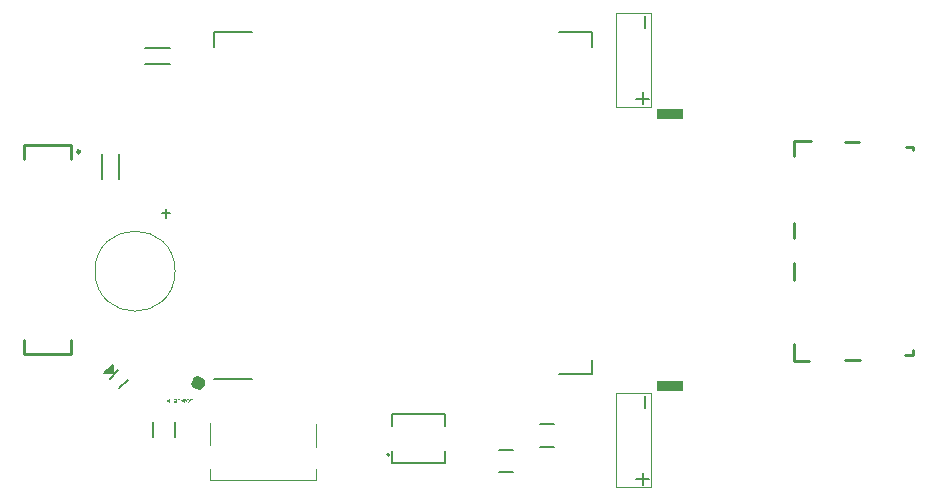
<source format=gbo>
G04*
G04 #@! TF.GenerationSoftware,Altium Limited,Altium Designer,22.8.2 (66)*
G04*
G04 Layer_Color=32896*
%FSLAX25Y25*%
%MOIN*%
G70*
G04*
G04 #@! TF.SameCoordinates,6BB00AFB-5455-402A-A2EE-A29BA1A7275C*
G04*
G04*
G04 #@! TF.FilePolarity,Positive*
G04*
G01*
G75*
%ADD10C,0.00500*%
%ADD12C,0.00787*%
%ADD13C,0.01181*%
%ADD14C,0.00602*%
%ADD15C,0.00394*%
%ADD17R,0.08791X0.03543*%
%ADD65C,0.01000*%
%ADD134C,0.03937*%
%ADD135C,0.00701*%
%ADD136R,0.08791X0.03543*%
G36*
X25895Y-857D02*
X25732D01*
Y148D01*
X25062Y-857D01*
X24886D01*
Y424D01*
X25049D01*
Y-583D01*
X25721Y424D01*
X25895D01*
Y-857D01*
D02*
G37*
G36*
X30845D02*
X30668D01*
X30397Y118D01*
X30390Y143D01*
X30385Y168D01*
X30377Y194D01*
X30372Y216D01*
X30366Y237D01*
X30362Y253D01*
X30360Y265D01*
X30359Y266D01*
Y268D01*
X30357Y263D01*
X30355Y253D01*
X30349Y233D01*
X30342Y209D01*
X30335Y183D01*
X30329Y159D01*
X30323Y139D01*
X30322Y129D01*
X30320Y124D01*
X30318Y120D01*
Y118D01*
X30050Y-857D01*
X29883D01*
X29532Y424D01*
X29704D01*
X29904Y-400D01*
X29918Y-457D01*
X29930Y-509D01*
X29941Y-557D01*
X29950Y-598D01*
X29955Y-616D01*
X29957Y-633D01*
X29961Y-646D01*
X29963Y-657D01*
X29967Y-666D01*
Y-673D01*
X29968Y-677D01*
Y-679D01*
X29981Y-598D01*
X29998Y-518D01*
X30015Y-442D01*
X30022Y-407D01*
X30031Y-372D01*
X30039Y-340D01*
X30046Y-313D01*
X30053Y-289D01*
X30059Y-266D01*
X30063Y-250D01*
X30066Y-237D01*
X30070Y-228D01*
Y-226D01*
X30251Y424D01*
X30457D01*
X30699Y-442D01*
X30701Y-450D01*
X30705Y-461D01*
X30708Y-475D01*
X30712Y-492D01*
X30718Y-511D01*
X30721Y-531D01*
X30732Y-572D01*
X30742Y-612D01*
X30747Y-631D01*
X30751Y-646D01*
X30753Y-660D01*
X30756Y-670D01*
X30758Y-677D01*
Y-679D01*
X30768Y-631D01*
X30777Y-583D01*
X30786Y-538D01*
X30795Y-500D01*
X30799Y-481D01*
X30803Y-464D01*
X30806Y-451D01*
X30808Y-438D01*
X30810Y-429D01*
X30812Y-422D01*
X30814Y-418D01*
Y-416D01*
X31004Y424D01*
X31180D01*
X30845Y-857D01*
D02*
G37*
G36*
X33646D02*
X33476D01*
Y-337D01*
X33149D01*
X33100Y-335D01*
X33054Y-331D01*
X33013Y-326D01*
X32976Y-318D01*
X32941Y-311D01*
X32912Y-301D01*
X32884Y-290D01*
X32860Y-279D01*
X32840Y-270D01*
X32821Y-259D01*
X32806Y-250D01*
X32795Y-240D01*
X32786Y-235D01*
X32780Y-229D01*
X32777Y-226D01*
X32775Y-224D01*
X32756Y-202D01*
X32740Y-179D01*
X32727Y-157D01*
X32714Y-133D01*
X32703Y-109D01*
X32695Y-87D01*
X32682Y-44D01*
X32679Y-24D01*
X32675Y-6D01*
X32673Y11D01*
X32671Y24D01*
X32669Y37D01*
Y44D01*
Y50D01*
Y52D01*
X32671Y87D01*
X32675Y120D01*
X32682Y150D01*
X32688Y176D01*
X32695Y198D01*
X32703Y215D01*
X32706Y224D01*
X32708Y228D01*
X32723Y255D01*
X32741Y279D01*
X32758Y302D01*
X32775Y318D01*
X32790Y331D01*
X32801Y342D01*
X32808Y348D01*
X32812Y350D01*
X32836Y365D01*
X32864Y377D01*
X32890Y389D01*
X32914Y398D01*
X32936Y403D01*
X32952Y407D01*
X32965Y411D01*
X32969D01*
X32997Y414D01*
X33028Y418D01*
X33062Y420D01*
X33093Y422D01*
X33121Y424D01*
X33646D01*
Y-857D01*
D02*
G37*
G36*
X29371D02*
X28414D01*
Y-705D01*
X29201D01*
Y-270D01*
X28492D01*
Y-118D01*
X29201D01*
Y272D01*
X28444D01*
Y424D01*
X29371D01*
Y-857D01*
D02*
G37*
G36*
X28177D02*
X28007D01*
Y-289D01*
X27789D01*
X27769Y-290D01*
X27754D01*
X27741Y-292D01*
X27732Y-294D01*
X27724D01*
X27721Y-296D01*
X27719D01*
X27689Y-305D01*
X27676Y-311D01*
X27665Y-316D01*
X27654Y-322D01*
X27647Y-326D01*
X27643Y-327D01*
X27641Y-329D01*
X27626Y-340D01*
X27611Y-353D01*
X27584Y-381D01*
X27571Y-394D01*
X27562Y-405D01*
X27556Y-412D01*
X27554Y-414D01*
X27536Y-440D01*
X27515Y-468D01*
X27495Y-498D01*
X27474Y-525D01*
X27458Y-551D01*
X27445Y-572D01*
X27439Y-579D01*
X27436Y-585D01*
X27432Y-588D01*
Y-590D01*
X27264Y-857D01*
X27053D01*
X27273Y-509D01*
X27299Y-472D01*
X27323Y-438D01*
X27347Y-411D01*
X27367Y-385D01*
X27386Y-366D01*
X27400Y-351D01*
X27410Y-342D01*
X27413Y-338D01*
X27428Y-327D01*
X27445Y-314D01*
X27478Y-294D01*
X27493Y-287D01*
X27504Y-279D01*
X27512Y-276D01*
X27515Y-274D01*
X27482Y-268D01*
X27450Y-263D01*
X27423Y-253D01*
X27395Y-246D01*
X27371Y-237D01*
X27349Y-226D01*
X27328Y-216D01*
X27310Y-207D01*
X27295Y-196D01*
X27280Y-187D01*
X27269Y-179D01*
X27260Y-172D01*
X27253Y-166D01*
X27247Y-161D01*
X27245Y-159D01*
X27243Y-157D01*
X27229Y-139D01*
X27214Y-120D01*
X27191Y-81D01*
X27177Y-43D01*
X27166Y-6D01*
X27158Y26D01*
X27156Y39D01*
Y52D01*
X27154Y61D01*
Y68D01*
Y72D01*
Y74D01*
X27156Y113D01*
X27162Y148D01*
X27171Y181D01*
X27180Y209D01*
X27191Y233D01*
X27199Y252D01*
X27206Y263D01*
X27208Y265D01*
Y266D01*
X27230Y296D01*
X27253Y322D01*
X27277Y344D01*
X27299Y361D01*
X27319Y374D01*
X27336Y381D01*
X27347Y387D01*
X27349Y389D01*
X27351D01*
X27367Y394D01*
X27388Y400D01*
X27428Y409D01*
X27473Y414D01*
X27513Y420D01*
X27552Y422D01*
X27569D01*
X27584Y424D01*
X28177D01*
Y-857D01*
D02*
G37*
G36*
X26363D02*
X26193D01*
Y424D01*
X26363D01*
Y-857D01*
D02*
G37*
G36*
X31942Y444D02*
X31988Y439D01*
X32033Y429D01*
X32076Y418D01*
X32114Y403D01*
X32151Y389D01*
X32185Y372D01*
X32214Y355D01*
X32242Y339D01*
X32266Y322D01*
X32286Y307D01*
X32303Y292D01*
X32316Y281D01*
X32327Y272D01*
X32333Y266D01*
X32335Y265D01*
X32364Y229D01*
X32390Y192D01*
X32414Y152D01*
X32432Y111D01*
X32449Y68D01*
X32464Y28D01*
X32475Y-13D01*
X32482Y-52D01*
X32490Y-89D01*
X32495Y-124D01*
X32499Y-155D01*
X32503Y-181D01*
Y-203D01*
X32505Y-220D01*
Y-231D01*
Y-233D01*
Y-235D01*
X32501Y-298D01*
X32494Y-355D01*
X32482Y-411D01*
X32475Y-435D01*
X32468Y-459D01*
X32462Y-479D01*
X32455Y-498D01*
X32449Y-514D01*
X32444Y-529D01*
X32440Y-540D01*
X32436Y-548D01*
X32432Y-553D01*
Y-555D01*
X32401Y-609D01*
X32368Y-655D01*
X32331Y-696D01*
X32296Y-729D01*
X32264Y-757D01*
X32251Y-768D01*
X32240Y-775D01*
X32229Y-783D01*
X32222Y-788D01*
X32218Y-790D01*
X32216Y-792D01*
X32188Y-807D01*
X32161Y-819D01*
X32105Y-842D01*
X32051Y-857D01*
X32002Y-868D01*
X31977Y-871D01*
X31957Y-873D01*
X31939Y-877D01*
X31922D01*
X31911Y-879D01*
X31892D01*
X31831Y-875D01*
X31774Y-866D01*
X31720Y-855D01*
X31696Y-847D01*
X31674Y-840D01*
X31654Y-833D01*
X31635Y-825D01*
X31620Y-819D01*
X31607Y-814D01*
X31596Y-808D01*
X31587Y-805D01*
X31583Y-801D01*
X31582D01*
X31530Y-768D01*
X31485Y-731D01*
X31448Y-692D01*
X31417Y-655D01*
X31391Y-620D01*
X31382Y-607D01*
X31374Y-594D01*
X31367Y-583D01*
X31363Y-575D01*
X31359Y-570D01*
Y-568D01*
X31345Y-538D01*
X31334Y-509D01*
X31313Y-450D01*
X31299Y-390D01*
X31289Y-337D01*
X31287Y-313D01*
X31284Y-290D01*
X31282Y-270D01*
Y-253D01*
X31280Y-239D01*
Y-229D01*
Y-222D01*
Y-220D01*
X31284Y-150D01*
X31291Y-85D01*
X31297Y-55D01*
X31304Y-26D01*
X31311Y0D01*
X31317Y24D01*
X31324Y46D01*
X31332Y67D01*
X31337Y83D01*
X31345Y98D01*
X31348Y109D01*
X31352Y117D01*
X31356Y122D01*
Y124D01*
X31385Y178D01*
X31421Y226D01*
X31458Y266D01*
X31491Y300D01*
X31522Y326D01*
X31537Y337D01*
X31548Y346D01*
X31559Y351D01*
X31567Y357D01*
X31570Y359D01*
X31572Y361D01*
X31600Y376D01*
X31628Y389D01*
X31681Y411D01*
X31737Y426D01*
X31785Y435D01*
X31807Y439D01*
X31829Y442D01*
X31846Y444D01*
X31863D01*
X31876Y446D01*
X31892D01*
X31942Y444D01*
D02*
G37*
%LPC*%
G36*
X33476Y272D02*
X33110D01*
X33076Y270D01*
X33049Y268D01*
X33026Y266D01*
X33012Y263D01*
X33000Y261D01*
X32993Y259D01*
X32991D01*
X32967Y250D01*
X32947Y239D01*
X32928Y228D01*
X32912Y215D01*
X32901Y202D01*
X32891Y192D01*
X32886Y185D01*
X32884Y183D01*
X32871Y161D01*
X32860Y139D01*
X32853Y115D01*
X32849Y94D01*
X32845Y76D01*
X32843Y59D01*
Y50D01*
Y48D01*
Y46D01*
X32847Y7D01*
X32854Y-26D01*
X32865Y-55D01*
X32878Y-79D01*
X32891Y-98D01*
X32902Y-113D01*
X32910Y-120D01*
X32914Y-124D01*
X32926Y-135D01*
X32943Y-144D01*
X32978Y-159D01*
X33017Y-170D01*
X33056Y-178D01*
X33091Y-181D01*
X33106Y-183D01*
X33119D01*
X33132Y-185D01*
X33476D01*
Y272D01*
D02*
G37*
G36*
X28007Y281D02*
X27604D01*
X27554Y279D01*
X27512Y272D01*
X27474Y263D01*
X27447Y252D01*
X27423Y240D01*
X27408Y231D01*
X27399Y224D01*
X27395Y222D01*
X27373Y198D01*
X27356Y174D01*
X27345Y148D01*
X27336Y126D01*
X27332Y104D01*
X27330Y87D01*
X27328Y76D01*
Y74D01*
Y72D01*
X27330Y50D01*
X27334Y28D01*
X27340Y9D01*
X27345Y-7D01*
X27352Y-22D01*
X27358Y-33D01*
X27362Y-41D01*
X27363Y-43D01*
X27376Y-61D01*
X27393Y-78D01*
X27410Y-91D01*
X27426Y-102D01*
X27441Y-109D01*
X27452Y-115D01*
X27460Y-118D01*
X27463Y-120D01*
X27489Y-128D01*
X27519Y-133D01*
X27549Y-137D01*
X27578Y-139D01*
X27604Y-141D01*
X27626Y-142D01*
X28007D01*
Y281D01*
D02*
G37*
G36*
X31909Y300D02*
X31892D01*
X31846Y298D01*
X31802Y291D01*
X31763Y279D01*
X31730Y268D01*
X31702Y255D01*
X31691Y250D01*
X31681Y246D01*
X31672Y240D01*
X31667Y239D01*
X31665Y235D01*
X31663D01*
X31628Y209D01*
X31596Y180D01*
X31569Y150D01*
X31546Y120D01*
X31530Y94D01*
X31517Y72D01*
X31513Y65D01*
X31509Y59D01*
X31508Y55D01*
Y54D01*
X31489Y9D01*
X31476Y-39D01*
X31467Y-83D01*
X31461Y-126D01*
X31458Y-146D01*
X31456Y-163D01*
Y-179D01*
X31454Y-192D01*
Y-203D01*
Y-211D01*
Y-216D01*
Y-218D01*
X31456Y-263D01*
X31459Y-305D01*
X31465Y-346D01*
X31472Y-383D01*
X31484Y-416D01*
X31493Y-448D01*
X31504Y-477D01*
X31515Y-503D01*
X31528Y-525D01*
X31539Y-546D01*
X31548Y-562D01*
X31558Y-575D01*
X31567Y-586D01*
X31572Y-596D01*
X31576Y-599D01*
X31578Y-601D01*
X31602Y-625D01*
X31628Y-646D01*
X31654Y-662D01*
X31680Y-679D01*
X31705Y-692D01*
X31733Y-701D01*
X31757Y-710D01*
X31783Y-718D01*
X31805Y-723D01*
X31828Y-727D01*
X31846Y-731D01*
X31863Y-733D01*
X31876D01*
X31885Y-734D01*
X31894D01*
X31929Y-733D01*
X31963Y-729D01*
X31992Y-722D01*
X32022Y-714D01*
X32050Y-703D01*
X32076Y-692D01*
X32100Y-681D01*
X32122Y-668D01*
X32140Y-655D01*
X32157Y-644D01*
X32172Y-633D01*
X32185Y-622D01*
X32194Y-614D01*
X32201Y-607D01*
X32205Y-603D01*
X32207Y-601D01*
X32229Y-575D01*
X32247Y-548D01*
X32264Y-518D01*
X32279Y-488D01*
X32290Y-457D01*
X32301Y-427D01*
X32316Y-368D01*
X32320Y-342D01*
X32323Y-316D01*
X32327Y-294D01*
X32329Y-276D01*
X32331Y-259D01*
Y-246D01*
Y-239D01*
Y-237D01*
X32329Y-185D01*
X32325Y-137D01*
X32320Y-91D01*
X32310Y-50D01*
X32301Y-13D01*
X32290Y20D01*
X32277Y52D01*
X32266Y78D01*
X32253Y102D01*
X32242Y122D01*
X32231Y139D01*
X32222Y152D01*
X32212Y163D01*
X32207Y170D01*
X32203Y174D01*
X32201Y176D01*
X32177Y198D01*
X32151Y216D01*
X32125Y233D01*
X32098Y248D01*
X32072Y259D01*
X32046Y270D01*
X31998Y285D01*
X31976Y289D01*
X31955Y292D01*
X31939Y296D01*
X31922Y298D01*
X31909Y300D01*
D02*
G37*
%LPD*%
D10*
X183586Y-28177D02*
Y-24177D01*
X181193Y-26216D02*
X185693D01*
X184252Y-2677D02*
Y1323D01*
Y124158D02*
Y128158D01*
X181193Y100619D02*
X185693D01*
X183586Y98658D02*
Y102658D01*
X149341Y-7956D02*
X154065D01*
X149341Y-15397D02*
X154065D01*
X155727Y122856D02*
X166734D01*
Y117951D02*
Y122856D01*
X40750D02*
X53333D01*
X40750Y117951D02*
Y122856D01*
X166734Y8683D02*
Y13589D01*
X155727Y8683D02*
X166734D01*
X40626Y7093D02*
X53209D01*
X27600Y-12311D02*
Y-7193D01*
X20120Y-12311D02*
Y-7193D01*
X135433Y-24026D02*
X140157D01*
X135433Y-16585D02*
X140157D01*
D12*
X99067Y-18109D02*
G03*
X99067Y-18109I-394J0D01*
G01*
X3983Y9060D02*
X6795Y9060D01*
Y11816D01*
X9053Y4056D02*
X11817Y6812D01*
X5827Y7282D02*
X8591Y10037D01*
X3983Y9060D02*
X6795Y11816D01*
X100039Y-20942D02*
X117520D01*
X100039Y-4525D02*
X117520D01*
X100039Y-8629D02*
Y-4525D01*
Y-20942D02*
Y-16838D01*
X117520Y-8629D02*
Y-4525D01*
Y-20942D02*
Y-16838D01*
D13*
X5831Y10056D02*
X6403Y9602D01*
X5193Y9408D02*
X5831Y10056D01*
X5193Y9408D02*
X6468Y10704D01*
D14*
X8772Y73795D02*
Y82063D01*
X3418Y73795D02*
Y82063D01*
X17623Y112192D02*
X25891D01*
X17623Y117547D02*
X25891D01*
D15*
X27622Y43088D02*
G03*
X27622Y43088I-13345J0D01*
G01*
X174488Y-29035D02*
X186300D01*
Y2461D01*
X174488D02*
X186300D01*
X174488Y-29035D02*
Y2461D01*
Y97800D02*
Y129296D01*
X186300D01*
Y97800D02*
Y129296D01*
X174488Y97800D02*
X186300D01*
X74563Y-7767D02*
X74582Y-15435D01*
X39386Y-26530D02*
Y-22915D01*
Y-26530D02*
X74582D01*
X39406Y-14972D02*
Y-7610D01*
X74582Y-26530D02*
Y-22935D01*
D17*
X192754Y4929D02*
D03*
D65*
X-4122Y82873D02*
G03*
X-4122Y82873I-500J0D01*
G01*
X271260Y84429D02*
X273661D01*
X273583Y15268D02*
Y16654D01*
X271024Y15268D02*
X273583D01*
X234055Y54134D02*
Y59193D01*
X250925Y13307D02*
X255827D01*
X234059Y13153D02*
X239059D01*
X234059D02*
Y18783D01*
X234016Y40256D02*
Y45886D01*
X273661Y83464D02*
Y84429D01*
X250847Y86221D02*
X255709D01*
X234016Y86417D02*
X239646D01*
X233976Y81417D02*
Y86417D01*
X-22771Y80471D02*
Y85196D01*
X-7023Y80471D02*
Y85196D01*
X-22771D02*
X-7023D01*
X-22797Y15510D02*
X-7049D01*
X-22797D02*
Y20235D01*
X-7049Y15510D02*
Y20235D01*
D134*
X35748Y5787D02*
G03*
X35748Y5787I-394J0D01*
G01*
D135*
X24502Y60909D02*
Y63743D01*
X23175Y62417D02*
X25891D01*
D136*
X192754Y95433D02*
D03*
M02*

</source>
